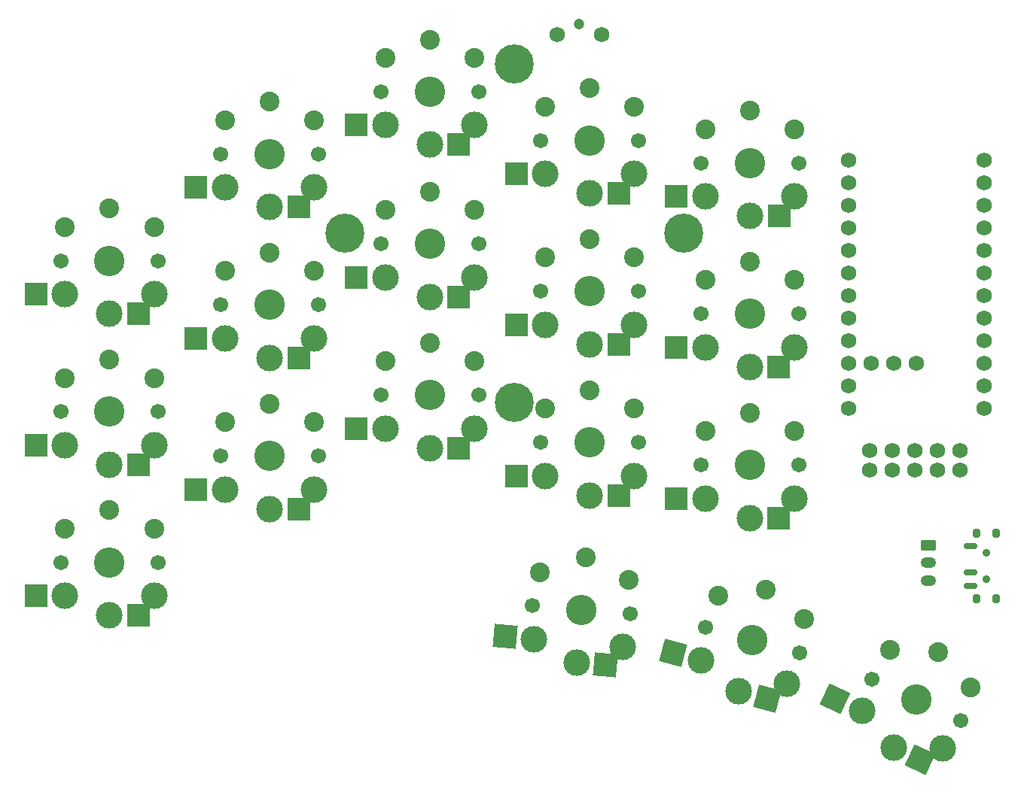
<source format=gbr>
%TF.GenerationSoftware,KiCad,Pcbnew,(6.0.0)*%
%TF.CreationDate,2022-10-21T13:54:34-07:00*%
%TF.ProjectId,half-swept,68616c66-2d73-4776-9570-742e6b696361,rev?*%
%TF.SameCoordinates,Original*%
%TF.FileFunction,Soldermask,Bot*%
%TF.FilePolarity,Negative*%
%FSLAX46Y46*%
G04 Gerber Fmt 4.6, Leading zero omitted, Abs format (unit mm)*
G04 Created by KiCad (PCBNEW (6.0.0)) date 2022-10-21 13:54:34*
%MOMM*%
%LPD*%
G01*
G04 APERTURE LIST*
G04 Aperture macros list*
%AMRoundRect*
0 Rectangle with rounded corners*
0 $1 Rounding radius*
0 $2 $3 $4 $5 $6 $7 $8 $9 X,Y pos of 4 corners*
0 Add a 4 corners polygon primitive as box body*
4,1,4,$2,$3,$4,$5,$6,$7,$8,$9,$2,$3,0*
0 Add four circle primitives for the rounded corners*
1,1,$1+$1,$2,$3*
1,1,$1+$1,$4,$5*
1,1,$1+$1,$6,$7*
1,1,$1+$1,$8,$9*
0 Add four rect primitives between the rounded corners*
20,1,$1+$1,$2,$3,$4,$5,0*
20,1,$1+$1,$4,$5,$6,$7,0*
20,1,$1+$1,$6,$7,$8,$9,0*
20,1,$1+$1,$8,$9,$2,$3,0*%
%AMRotRect*
0 Rectangle, with rotation*
0 The origin of the aperture is its center*
0 $1 length*
0 $2 width*
0 $3 Rotation angle, in degrees counterclockwise*
0 Add horizontal line*
21,1,$1,$2,0,0,$3*%
G04 Aperture macros list end*
%ADD10C,1.200000*%
%ADD11C,1.750000*%
%ADD12C,3.000000*%
%ADD13C,3.429000*%
%ADD14C,1.701800*%
%ADD15R,2.600000X2.600000*%
%ADD16C,2.232000*%
%ADD17RotRect,2.600000X2.600000X155.000000*%
%ADD18RotRect,2.600000X2.600000X165.000000*%
%ADD19C,4.400000*%
%ADD20C,1.752600*%
%ADD21C,0.900000*%
%ADD22RotRect,2.600000X2.600000X175.000000*%
%ADD23RoundRect,0.250000X-0.625000X0.350000X-0.625000X-0.350000X0.625000X-0.350000X0.625000X0.350000X0*%
%ADD24O,1.750000X1.200000*%
%ADD25RoundRect,0.200000X-0.200000X0.300000X-0.200000X-0.300000X0.200000X-0.300000X0.200000X0.300000X0*%
%ADD26RoundRect,0.175000X-0.575000X0.175000X-0.575000X-0.175000X0.575000X-0.175000X0.575000X0.175000X0*%
G04 APERTURE END LIST*
D10*
%TO.C,RSW1*%
X75451865Y-14657504D03*
D11*
X72951865Y-15867504D03*
X77951865Y-15867504D03*
%TD*%
D12*
%TO.C,SW2*%
X27626865Y-45055002D03*
D13*
X22626865Y-41305002D03*
D12*
X17626865Y-45055002D03*
D14*
X28126865Y-41305002D03*
X17126865Y-41305002D03*
D12*
X22626865Y-47255002D03*
D15*
X25901865Y-47255002D03*
D16*
X22626865Y-35405002D03*
X17626865Y-37505002D03*
X27626865Y-37505002D03*
D15*
X14351865Y-45055002D03*
%TD*%
D14*
%TO.C,SW3*%
X46126867Y-29305002D03*
D12*
X45626867Y-33055002D03*
D14*
X35126867Y-29305002D03*
D12*
X40626867Y-35255002D03*
D13*
X40626867Y-29305002D03*
D12*
X35626867Y-33055002D03*
D15*
X43901867Y-35255002D03*
D16*
X40626867Y-23405002D03*
D15*
X32351867Y-33055002D03*
D16*
X45626867Y-25505002D03*
X35626867Y-25505002D03*
%TD*%
D12*
%TO.C,SW4*%
X63626864Y-26055002D03*
D13*
X58626864Y-22305002D03*
D14*
X53126864Y-22305002D03*
X64126864Y-22305002D03*
D12*
X58626864Y-28255002D03*
X53626864Y-26055002D03*
D15*
X61901864Y-28255002D03*
D16*
X58626864Y-16405002D03*
X53626864Y-18505002D03*
X63626864Y-18505002D03*
D15*
X50351864Y-26055002D03*
%TD*%
D12*
%TO.C,SW5*%
X76626865Y-33755003D03*
D14*
X71126865Y-27805003D03*
D12*
X81626865Y-31555003D03*
X71626865Y-31555003D03*
D13*
X76626865Y-27805003D03*
D14*
X82126865Y-27805003D03*
D15*
X79901865Y-33755003D03*
D16*
X76626865Y-21905003D03*
D15*
X68351865Y-31555003D03*
D16*
X81626865Y-24005003D03*
X71626865Y-24005003D03*
%TD*%
D12*
%TO.C,SW6*%
X99626863Y-34055002D03*
D13*
X94626863Y-30305002D03*
D12*
X94626863Y-36255002D03*
D14*
X89126863Y-30305002D03*
D12*
X89626863Y-34055002D03*
D14*
X100126863Y-30305002D03*
D16*
X94626863Y-24405002D03*
D15*
X97901863Y-36255002D03*
X86351863Y-34055002D03*
D16*
X99626863Y-26505002D03*
X89626863Y-26505002D03*
%TD*%
D12*
%TO.C,SW8*%
X27626865Y-62055002D03*
D13*
X22626865Y-58305002D03*
D12*
X17626865Y-62055002D03*
D14*
X28126865Y-58305002D03*
D12*
X22626865Y-64255002D03*
D14*
X17126865Y-58305002D03*
D15*
X25901865Y-64255002D03*
D16*
X22626865Y-52405002D03*
D15*
X14351865Y-62055002D03*
D16*
X27626865Y-54505002D03*
X17626865Y-54505002D03*
%TD*%
D14*
%TO.C,SW9*%
X35126867Y-46279002D03*
D12*
X35626867Y-50029002D03*
D13*
X40626867Y-46279002D03*
D14*
X46126867Y-46279002D03*
D12*
X40626867Y-52229002D03*
X45626867Y-50029002D03*
D15*
X43901867Y-52229002D03*
D16*
X40626867Y-40379002D03*
X45626867Y-42479002D03*
D15*
X32351867Y-50029002D03*
D16*
X35626867Y-42479002D03*
%TD*%
D12*
%TO.C,SW10*%
X58626866Y-45371002D03*
D14*
X64126866Y-39421002D03*
D13*
X58626866Y-39421002D03*
D14*
X53126866Y-39421002D03*
D12*
X63626866Y-43171002D03*
X53626866Y-43171002D03*
D15*
X61901866Y-45371002D03*
D16*
X58626866Y-33521002D03*
X53626866Y-35621002D03*
D15*
X50351866Y-43171002D03*
D16*
X63626866Y-35621002D03*
%TD*%
D14*
%TO.C,SW11*%
X82126867Y-44755005D03*
D13*
X76626867Y-44755005D03*
D12*
X76626867Y-50705005D03*
X71626867Y-48505005D03*
X81626867Y-48505005D03*
D14*
X71126867Y-44755005D03*
D15*
X79901867Y-50705005D03*
D16*
X76626867Y-38855005D03*
D15*
X68351867Y-48505005D03*
D16*
X71626867Y-40955005D03*
X81626867Y-40955005D03*
%TD*%
D13*
%TO.C,SW12*%
X94606865Y-47295002D03*
D14*
X89106865Y-47295002D03*
D12*
X99606865Y-51045002D03*
X94606865Y-53245002D03*
X89606865Y-51045002D03*
D14*
X100106865Y-47295002D03*
D16*
X94606865Y-41395002D03*
D15*
X97881865Y-53245002D03*
D16*
X89606865Y-43495002D03*
X99606865Y-43495002D03*
D15*
X86331865Y-51045002D03*
%TD*%
D12*
%TO.C,SW14*%
X27626865Y-79054999D03*
D14*
X28126865Y-75304999D03*
D13*
X22626865Y-75304999D03*
D14*
X17126865Y-75304999D03*
D12*
X22626865Y-81254999D03*
X17626865Y-79054999D03*
D15*
X25901865Y-81254999D03*
D16*
X22626865Y-69404999D03*
D15*
X14351865Y-79054999D03*
D16*
X27626865Y-71504999D03*
X17626865Y-71504999D03*
%TD*%
D12*
%TO.C,SW15*%
X45626864Y-67047001D03*
D13*
X40626864Y-63297001D03*
D12*
X35626864Y-67047001D03*
D14*
X46126864Y-63297001D03*
X35126864Y-63297001D03*
D12*
X40626864Y-69247001D03*
D15*
X43901864Y-69247001D03*
D16*
X40626864Y-57397001D03*
D15*
X32351864Y-67047001D03*
D16*
X35626864Y-59497001D03*
X45626864Y-59497001D03*
%TD*%
D12*
%TO.C,SW16*%
X53626863Y-60189003D03*
X63626863Y-60189003D03*
D13*
X58626863Y-56439003D03*
D14*
X53126863Y-56439003D03*
D12*
X58626863Y-62389003D03*
D14*
X64126863Y-56439003D03*
D15*
X61901863Y-62389003D03*
D16*
X58626863Y-50539003D03*
X63626863Y-52639003D03*
D15*
X50351863Y-60189003D03*
D16*
X53626863Y-52639003D03*
%TD*%
D12*
%TO.C,SW17*%
X81626865Y-65523005D03*
D14*
X71126865Y-61773005D03*
D12*
X71626865Y-65523005D03*
D13*
X76626865Y-61773005D03*
D14*
X82126865Y-61773005D03*
D12*
X76626865Y-67723005D03*
D15*
X79901865Y-67723005D03*
D16*
X76626865Y-55873005D03*
X71626865Y-57973005D03*
X81626865Y-57973005D03*
D15*
X68351865Y-65523005D03*
%TD*%
D14*
%TO.C,SW18*%
X89100519Y-64313002D03*
D13*
X94600519Y-64313002D03*
D12*
X99600519Y-68063002D03*
X89600519Y-68063002D03*
D14*
X100100519Y-64313002D03*
D12*
X94600519Y-70263002D03*
D15*
X97875519Y-70263002D03*
D16*
X94600519Y-58413002D03*
D15*
X86325519Y-68063002D03*
D16*
X99600519Y-60513002D03*
X89600519Y-60513002D03*
%TD*%
D12*
%TO.C,SW20*%
X107210510Y-91990563D03*
D14*
X118311560Y-93029400D03*
D13*
X113326867Y-90705000D03*
D12*
X116273587Y-96216746D03*
D14*
X108342174Y-88380600D03*
D12*
X110812288Y-96097531D03*
D16*
X115820315Y-85357784D03*
D17*
X113780446Y-97481606D03*
X104242352Y-90606488D03*
D16*
X119464355Y-89374122D03*
X110401277Y-85147939D03*
%TD*%
D12*
%TO.C,SW21*%
X93386890Y-89752262D03*
D13*
X94926863Y-84005003D03*
D14*
X89614271Y-82581498D03*
D12*
X98785921Y-88921320D03*
D14*
X100239455Y-85428508D03*
D12*
X89126662Y-86333130D03*
D16*
X96453895Y-78306041D03*
D18*
X96550297Y-90599894D03*
D16*
X91080746Y-79040390D03*
D18*
X85963255Y-85485497D03*
D16*
X100740005Y-81628580D03*
%TD*%
D19*
%TO.C,REF\u002A\u002A*%
X49076866Y-38205003D03*
X68126866Y-57255003D03*
X68126866Y-19155003D03*
X87176866Y-38205003D03*
%TD*%
D20*
%TO.C,U1*%
X105756864Y-29971752D03*
X105756864Y-32511752D03*
X105756864Y-35051752D03*
X105756864Y-37591752D03*
X105756864Y-40131752D03*
X105756864Y-42671752D03*
X105756864Y-45211752D03*
X105756864Y-47751752D03*
X105756864Y-50291752D03*
X105756864Y-52831752D03*
X105756864Y-55371752D03*
X105756864Y-57911752D03*
X120996864Y-57911752D03*
X120996864Y-55371752D03*
X120996864Y-52831752D03*
X120996864Y-50291752D03*
X120996864Y-47751752D03*
X120996864Y-45211752D03*
X120996864Y-42671752D03*
X120996864Y-40131752D03*
X120996864Y-37591752D03*
X120996864Y-35051752D03*
X120996864Y-32511752D03*
X120996864Y-29971752D03*
X108296864Y-52831752D03*
X110836864Y-52831752D03*
X113376864Y-52831752D03*
%TD*%
D21*
%TO.C,SW7*%
X121223065Y-74182291D03*
X121223065Y-77182291D03*
%TD*%
D12*
%TO.C,SW1*%
X70369056Y-83904951D03*
X75158287Y-86532358D03*
D14*
X70197793Y-80125643D03*
X81155935Y-81084357D03*
D12*
X80331003Y-84776509D03*
D13*
X75676864Y-80605000D03*
D16*
X76191083Y-74727451D03*
D22*
X78420825Y-86817794D03*
D16*
X80989029Y-77255239D03*
D22*
X67106519Y-83619516D03*
D16*
X71027082Y-76383681D03*
%TD*%
D23*
%TO.C,J1*%
X114733066Y-73312291D03*
D24*
X114733066Y-75312291D03*
X114733066Y-77312291D03*
%TD*%
D20*
%TO.C,Display1*%
X108073066Y-62702292D03*
X110613066Y-62702292D03*
X113153066Y-62702292D03*
X115693066Y-62702292D03*
X118233066Y-62702292D03*
%TD*%
%TO.C,Display2*%
X118253066Y-64882293D03*
X115713066Y-64882293D03*
X113173066Y-64882293D03*
X110633066Y-64882293D03*
X108093066Y-64882293D03*
%TD*%
D25*
%TO.C,SW13*%
X120113066Y-72022292D03*
D21*
X121223066Y-74172292D03*
X121223066Y-77172292D03*
D25*
X122323066Y-72022292D03*
X122323066Y-79322292D03*
X120113066Y-79322292D03*
D26*
X119463066Y-73422292D03*
X119463066Y-76422292D03*
X119463066Y-77922292D03*
%TD*%
M02*

</source>
